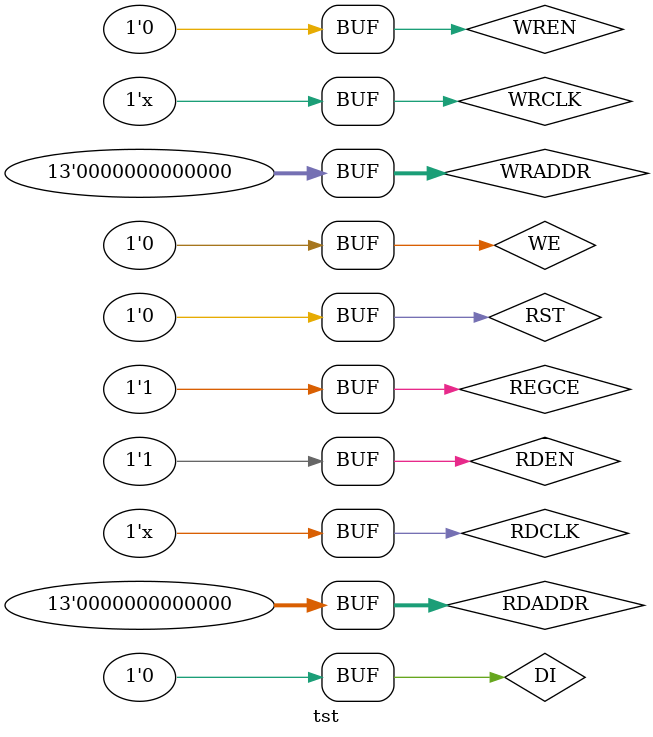
<source format=v>
`timescale 1ns / 1ps


module tst;

	localparam T=20; // clock period

	// Inputs
	reg DI;
	reg [12:0] RDADDR;
	reg RDCLK;
	reg REGCE;
	reg RST;
	reg WE;
	reg RDEN;
	reg [12:0] WRADDR;
	reg WRCLK;
	reg WREN;

	// Outputs
	wire DO;

	// Instantiate the Unit Under Test (UUT)
	asd uut (
		.DO(DO), 
		.DI(DI), 
		.RDADDR(RDADDR), 
		.RDCLK(RDCLK), 
		.REGCE(REGCE), 
		.RST(RST), 
		.WE(WE), 
		.RDEN(RDEN), 
		.WRADDR(WRADDR), 
		.WRCLK(WRCLK), 
		.WREN(WREN)
	);
	
	always begin
		//#(T/2)  clk = ~clk; // alterna el clock cada T/2 bases de tiempo
		#(T/2) RDCLK = ~RDCLK;
		#(T/2) WRCLK = ~WRCLK;

	end
	initial begin
		// Initialize Inputs
		DI = 0;
		RDADDR = 1'h1;
		RDCLK = 0;
		REGCE = 1;
		RST = 0;
		WE = 0;
		RDEN = 1;
		WRADDR = 0;
		WRCLK = 0;
		WREN = 0;

		// Wait 100 ns for global reset to finish
		//#T;
		
		// Wait
		#300;
		
		RDADDR = 10'h2;

		// Wait 20*5
		#100;
		
		RDADDR = 10'h0;

		// Wait 20*5
		#300;
		
		// Probemos escribir un 0!
		RDEN = 0;
		WREN = 1;
		WE = 1;
		WRADDR = 10'h0;
		DI = 0;
		
		#300;
		
		// Leer lo que escribimos ?
		RDEN = 1;
		WREN = 0;
		WE = 0;

		#300;

		
	end
      
endmodule


</source>
